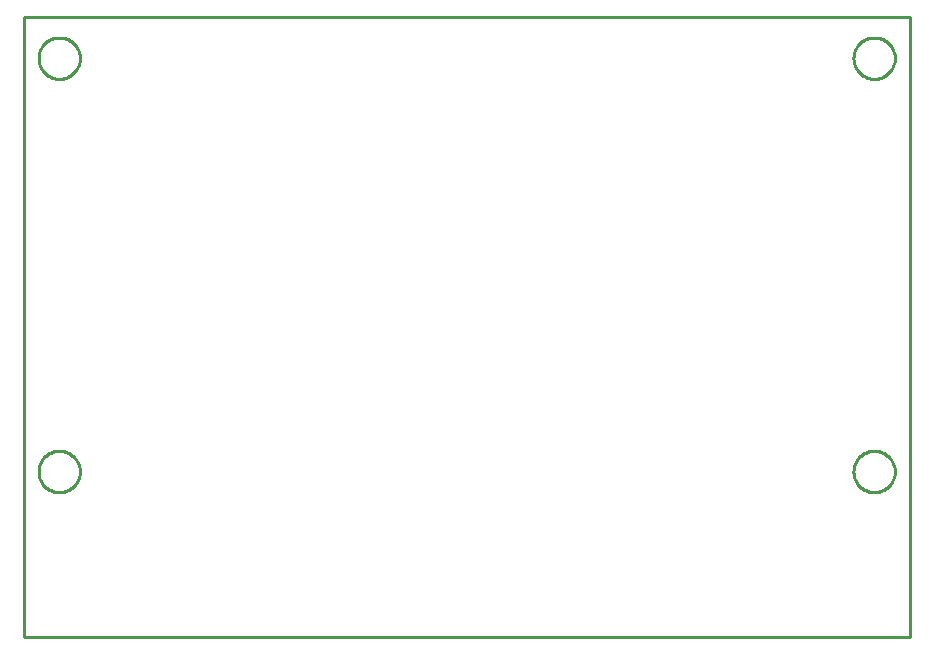
<source format=gbr>
G04 EAGLE Gerber RS-274X export*
G75*
%MOMM*%
%FSLAX34Y34*%
%LPD*%
%IN*%
%IPPOS*%
%AMOC8*
5,1,8,0,0,1.08239X$1,22.5*%
G01*
%ADD10C,0.254000*%


D10*
X0Y0D02*
X750700Y0D01*
X750700Y524800D01*
X0Y524800D01*
X0Y0D01*
X47500Y139427D02*
X47425Y138284D01*
X47276Y137148D01*
X47052Y136024D01*
X46755Y134917D01*
X46387Y133832D01*
X45949Y132774D01*
X45442Y131746D01*
X44869Y130754D01*
X44232Y129801D01*
X43535Y128892D01*
X42779Y128031D01*
X41969Y127221D01*
X41108Y126465D01*
X40199Y125768D01*
X39246Y125131D01*
X38254Y124558D01*
X37226Y124051D01*
X36168Y123613D01*
X35083Y123245D01*
X33976Y122948D01*
X32852Y122725D01*
X31716Y122575D01*
X30573Y122500D01*
X29427Y122500D01*
X28284Y122575D01*
X27148Y122725D01*
X26024Y122948D01*
X24917Y123245D01*
X23832Y123613D01*
X22774Y124051D01*
X21746Y124558D01*
X20754Y125131D01*
X19801Y125768D01*
X18892Y126465D01*
X18031Y127221D01*
X17221Y128031D01*
X16465Y128892D01*
X15768Y129801D01*
X15131Y130754D01*
X14558Y131746D01*
X14051Y132774D01*
X13613Y133832D01*
X13245Y134917D01*
X12948Y136024D01*
X12725Y137148D01*
X12575Y138284D01*
X12500Y139427D01*
X12500Y140573D01*
X12575Y141716D01*
X12725Y142852D01*
X12948Y143976D01*
X13245Y145083D01*
X13613Y146168D01*
X14051Y147226D01*
X14558Y148254D01*
X15131Y149246D01*
X15768Y150199D01*
X16465Y151108D01*
X17221Y151969D01*
X18031Y152779D01*
X18892Y153535D01*
X19801Y154232D01*
X20754Y154869D01*
X21746Y155442D01*
X22774Y155949D01*
X23832Y156387D01*
X24917Y156755D01*
X26024Y157052D01*
X27148Y157276D01*
X28284Y157425D01*
X29427Y157500D01*
X30573Y157500D01*
X31716Y157425D01*
X32852Y157276D01*
X33976Y157052D01*
X35083Y156755D01*
X36168Y156387D01*
X37226Y155949D01*
X38254Y155442D01*
X39246Y154869D01*
X40199Y154232D01*
X41108Y153535D01*
X41969Y152779D01*
X42779Y151969D01*
X43535Y151108D01*
X44232Y150199D01*
X44869Y149246D01*
X45442Y148254D01*
X45949Y147226D01*
X46387Y146168D01*
X46755Y145083D01*
X47052Y143976D01*
X47276Y142852D01*
X47425Y141716D01*
X47500Y140573D01*
X47500Y139427D01*
X47500Y489427D02*
X47425Y488284D01*
X47276Y487148D01*
X47052Y486024D01*
X46755Y484917D01*
X46387Y483832D01*
X45949Y482774D01*
X45442Y481746D01*
X44869Y480754D01*
X44232Y479801D01*
X43535Y478892D01*
X42779Y478031D01*
X41969Y477221D01*
X41108Y476465D01*
X40199Y475768D01*
X39246Y475131D01*
X38254Y474558D01*
X37226Y474051D01*
X36168Y473613D01*
X35083Y473245D01*
X33976Y472948D01*
X32852Y472725D01*
X31716Y472575D01*
X30573Y472500D01*
X29427Y472500D01*
X28284Y472575D01*
X27148Y472725D01*
X26024Y472948D01*
X24917Y473245D01*
X23832Y473613D01*
X22774Y474051D01*
X21746Y474558D01*
X20754Y475131D01*
X19801Y475768D01*
X18892Y476465D01*
X18031Y477221D01*
X17221Y478031D01*
X16465Y478892D01*
X15768Y479801D01*
X15131Y480754D01*
X14558Y481746D01*
X14051Y482774D01*
X13613Y483832D01*
X13245Y484917D01*
X12948Y486024D01*
X12725Y487148D01*
X12575Y488284D01*
X12500Y489427D01*
X12500Y490573D01*
X12575Y491716D01*
X12725Y492852D01*
X12948Y493976D01*
X13245Y495083D01*
X13613Y496168D01*
X14051Y497226D01*
X14558Y498254D01*
X15131Y499246D01*
X15768Y500199D01*
X16465Y501108D01*
X17221Y501969D01*
X18031Y502779D01*
X18892Y503535D01*
X19801Y504232D01*
X20754Y504869D01*
X21746Y505442D01*
X22774Y505949D01*
X23832Y506387D01*
X24917Y506755D01*
X26024Y507052D01*
X27148Y507276D01*
X28284Y507425D01*
X29427Y507500D01*
X30573Y507500D01*
X31716Y507425D01*
X32852Y507276D01*
X33976Y507052D01*
X35083Y506755D01*
X36168Y506387D01*
X37226Y505949D01*
X38254Y505442D01*
X39246Y504869D01*
X40199Y504232D01*
X41108Y503535D01*
X41969Y502779D01*
X42779Y501969D01*
X43535Y501108D01*
X44232Y500199D01*
X44869Y499246D01*
X45442Y498254D01*
X45949Y497226D01*
X46387Y496168D01*
X46755Y495083D01*
X47052Y493976D01*
X47276Y492852D01*
X47425Y491716D01*
X47500Y490573D01*
X47500Y489427D01*
X737500Y139427D02*
X737425Y138284D01*
X737276Y137148D01*
X737052Y136024D01*
X736755Y134917D01*
X736387Y133832D01*
X735949Y132774D01*
X735442Y131746D01*
X734869Y130754D01*
X734232Y129801D01*
X733535Y128892D01*
X732779Y128031D01*
X731969Y127221D01*
X731108Y126465D01*
X730199Y125768D01*
X729246Y125131D01*
X728254Y124558D01*
X727226Y124051D01*
X726168Y123613D01*
X725083Y123245D01*
X723976Y122948D01*
X722852Y122725D01*
X721716Y122575D01*
X720573Y122500D01*
X719427Y122500D01*
X718284Y122575D01*
X717148Y122725D01*
X716024Y122948D01*
X714917Y123245D01*
X713832Y123613D01*
X712774Y124051D01*
X711746Y124558D01*
X710754Y125131D01*
X709801Y125768D01*
X708892Y126465D01*
X708031Y127221D01*
X707221Y128031D01*
X706465Y128892D01*
X705768Y129801D01*
X705131Y130754D01*
X704558Y131746D01*
X704051Y132774D01*
X703613Y133832D01*
X703245Y134917D01*
X702948Y136024D01*
X702725Y137148D01*
X702575Y138284D01*
X702500Y139427D01*
X702500Y140573D01*
X702575Y141716D01*
X702725Y142852D01*
X702948Y143976D01*
X703245Y145083D01*
X703613Y146168D01*
X704051Y147226D01*
X704558Y148254D01*
X705131Y149246D01*
X705768Y150199D01*
X706465Y151108D01*
X707221Y151969D01*
X708031Y152779D01*
X708892Y153535D01*
X709801Y154232D01*
X710754Y154869D01*
X711746Y155442D01*
X712774Y155949D01*
X713832Y156387D01*
X714917Y156755D01*
X716024Y157052D01*
X717148Y157276D01*
X718284Y157425D01*
X719427Y157500D01*
X720573Y157500D01*
X721716Y157425D01*
X722852Y157276D01*
X723976Y157052D01*
X725083Y156755D01*
X726168Y156387D01*
X727226Y155949D01*
X728254Y155442D01*
X729246Y154869D01*
X730199Y154232D01*
X731108Y153535D01*
X731969Y152779D01*
X732779Y151969D01*
X733535Y151108D01*
X734232Y150199D01*
X734869Y149246D01*
X735442Y148254D01*
X735949Y147226D01*
X736387Y146168D01*
X736755Y145083D01*
X737052Y143976D01*
X737276Y142852D01*
X737425Y141716D01*
X737500Y140573D01*
X737500Y139427D01*
X737500Y489427D02*
X737425Y488284D01*
X737276Y487148D01*
X737052Y486024D01*
X736755Y484917D01*
X736387Y483832D01*
X735949Y482774D01*
X735442Y481746D01*
X734869Y480754D01*
X734232Y479801D01*
X733535Y478892D01*
X732779Y478031D01*
X731969Y477221D01*
X731108Y476465D01*
X730199Y475768D01*
X729246Y475131D01*
X728254Y474558D01*
X727226Y474051D01*
X726168Y473613D01*
X725083Y473245D01*
X723976Y472948D01*
X722852Y472725D01*
X721716Y472575D01*
X720573Y472500D01*
X719427Y472500D01*
X718284Y472575D01*
X717148Y472725D01*
X716024Y472948D01*
X714917Y473245D01*
X713832Y473613D01*
X712774Y474051D01*
X711746Y474558D01*
X710754Y475131D01*
X709801Y475768D01*
X708892Y476465D01*
X708031Y477221D01*
X707221Y478031D01*
X706465Y478892D01*
X705768Y479801D01*
X705131Y480754D01*
X704558Y481746D01*
X704051Y482774D01*
X703613Y483832D01*
X703245Y484917D01*
X702948Y486024D01*
X702725Y487148D01*
X702575Y488284D01*
X702500Y489427D01*
X702500Y490573D01*
X702575Y491716D01*
X702725Y492852D01*
X702948Y493976D01*
X703245Y495083D01*
X703613Y496168D01*
X704051Y497226D01*
X704558Y498254D01*
X705131Y499246D01*
X705768Y500199D01*
X706465Y501108D01*
X707221Y501969D01*
X708031Y502779D01*
X708892Y503535D01*
X709801Y504232D01*
X710754Y504869D01*
X711746Y505442D01*
X712774Y505949D01*
X713832Y506387D01*
X714917Y506755D01*
X716024Y507052D01*
X717148Y507276D01*
X718284Y507425D01*
X719427Y507500D01*
X720573Y507500D01*
X721716Y507425D01*
X722852Y507276D01*
X723976Y507052D01*
X725083Y506755D01*
X726168Y506387D01*
X727226Y505949D01*
X728254Y505442D01*
X729246Y504869D01*
X730199Y504232D01*
X731108Y503535D01*
X731969Y502779D01*
X732779Y501969D01*
X733535Y501108D01*
X734232Y500199D01*
X734869Y499246D01*
X735442Y498254D01*
X735949Y497226D01*
X736387Y496168D01*
X736755Y495083D01*
X737052Y493976D01*
X737276Y492852D01*
X737425Y491716D01*
X737500Y490573D01*
X737500Y489427D01*
M02*

</source>
